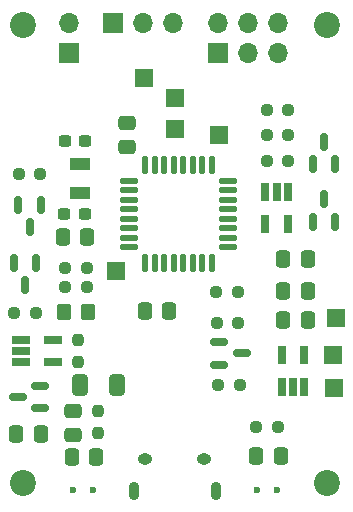
<source format=gbr>
%TF.GenerationSoftware,KiCad,Pcbnew,(6.0.9)*%
%TF.CreationDate,2023-01-20T21:16:29+01:00*%
%TF.ProjectId,AGH-CLK-01,4147482d-434c-44b2-9d30-312e6b696361,rev?*%
%TF.SameCoordinates,Original*%
%TF.FileFunction,Soldermask,Top*%
%TF.FilePolarity,Negative*%
%FSLAX46Y46*%
G04 Gerber Fmt 4.6, Leading zero omitted, Abs format (unit mm)*
G04 Created by KiCad (PCBNEW (6.0.9)) date 2023-01-20 21:16:29*
%MOMM*%
%LPD*%
G01*
G04 APERTURE LIST*
G04 Aperture macros list*
%AMRoundRect*
0 Rectangle with rounded corners*
0 $1 Rounding radius*
0 $2 $3 $4 $5 $6 $7 $8 $9 X,Y pos of 4 corners*
0 Add a 4 corners polygon primitive as box body*
4,1,4,$2,$3,$4,$5,$6,$7,$8,$9,$2,$3,0*
0 Add four circle primitives for the rounded corners*
1,1,$1+$1,$2,$3*
1,1,$1+$1,$4,$5*
1,1,$1+$1,$6,$7*
1,1,$1+$1,$8,$9*
0 Add four rect primitives between the rounded corners*
20,1,$1+$1,$2,$3,$4,$5,0*
20,1,$1+$1,$4,$5,$6,$7,0*
20,1,$1+$1,$6,$7,$8,$9,0*
20,1,$1+$1,$8,$9,$2,$3,0*%
G04 Aperture macros list end*
%ADD10RoundRect,0.250000X0.337500X0.475000X-0.337500X0.475000X-0.337500X-0.475000X0.337500X-0.475000X0*%
%ADD11RoundRect,0.237500X-0.250000X-0.237500X0.250000X-0.237500X0.250000X0.237500X-0.250000X0.237500X0*%
%ADD12C,2.200000*%
%ADD13RoundRect,0.237500X0.300000X0.237500X-0.300000X0.237500X-0.300000X-0.237500X0.300000X-0.237500X0*%
%ADD14R,1.700000X1.700000*%
%ADD15O,1.700000X1.700000*%
%ADD16R,1.560000X0.650000*%
%ADD17RoundRect,0.250000X-0.350000X-0.450000X0.350000X-0.450000X0.350000X0.450000X-0.350000X0.450000X0*%
%ADD18RoundRect,0.237500X-0.237500X0.250000X-0.237500X-0.250000X0.237500X-0.250000X0.237500X0.250000X0*%
%ADD19RoundRect,0.250000X-0.337500X-0.475000X0.337500X-0.475000X0.337500X0.475000X-0.337500X0.475000X0*%
%ADD20R,1.500000X1.500000*%
%ADD21RoundRect,0.237500X0.250000X0.237500X-0.250000X0.237500X-0.250000X-0.237500X0.250000X-0.237500X0*%
%ADD22R,0.650000X1.560000*%
%ADD23RoundRect,0.250000X-0.475000X0.337500X-0.475000X-0.337500X0.475000X-0.337500X0.475000X0.337500X0*%
%ADD24RoundRect,0.250000X0.475000X-0.337500X0.475000X0.337500X-0.475000X0.337500X-0.475000X-0.337500X0*%
%ADD25RoundRect,0.150000X-0.150000X0.587500X-0.150000X-0.587500X0.150000X-0.587500X0.150000X0.587500X0*%
%ADD26RoundRect,0.125000X-0.625000X-0.125000X0.625000X-0.125000X0.625000X0.125000X-0.625000X0.125000X0*%
%ADD27RoundRect,0.125000X-0.125000X-0.625000X0.125000X-0.625000X0.125000X0.625000X-0.125000X0.625000X0*%
%ADD28RoundRect,0.150000X0.150000X-0.587500X0.150000X0.587500X-0.150000X0.587500X-0.150000X-0.587500X0*%
%ADD29RoundRect,0.150000X0.587500X0.150000X-0.587500X0.150000X-0.587500X-0.150000X0.587500X-0.150000X0*%
%ADD30RoundRect,0.250000X-0.412500X-0.650000X0.412500X-0.650000X0.412500X0.650000X-0.412500X0.650000X0*%
%ADD31R,1.800000X1.000000*%
%ADD32RoundRect,0.150000X-0.587500X-0.150000X0.587500X-0.150000X0.587500X0.150000X-0.587500X0.150000X0*%
%ADD33O,1.250000X0.950000*%
%ADD34O,0.890000X1.550000*%
%ADD35C,0.600000*%
G04 APERTURE END LIST*
D10*
%TO.C,C13*%
X197727500Y-81499000D03*
X195652500Y-81499000D03*
%TD*%
D11*
%TO.C,R4*%
X212177500Y-52099000D03*
X214002500Y-52099000D03*
%TD*%
D12*
%TO.C,H1*%
X217290000Y-83699000D03*
%TD*%
D13*
%TO.C,C4*%
X196752500Y-60899000D03*
X195027500Y-60899000D03*
%TD*%
D14*
%TO.C,J5*%
X195390000Y-47299000D03*
D15*
X195390000Y-44759000D03*
%TD*%
D16*
%TO.C,U5*%
X191340000Y-71549000D03*
X191340000Y-72499000D03*
X191340000Y-73449000D03*
X194040000Y-73449000D03*
X194040000Y-71549000D03*
%TD*%
D10*
%TO.C,C10*%
X203927500Y-69099000D03*
X201852500Y-69099000D03*
%TD*%
D17*
%TO.C,R13*%
X194990000Y-69199000D03*
X196990000Y-69199000D03*
%TD*%
D18*
%TO.C,R14*%
X197890000Y-77586500D03*
X197890000Y-79411500D03*
%TD*%
D11*
%TO.C,R12*%
X211277500Y-78899000D03*
X213102500Y-78899000D03*
%TD*%
D19*
%TO.C,C2*%
X213552500Y-64699000D03*
X215627500Y-64699000D03*
%TD*%
D20*
%TO.C,TP6*%
X217990000Y-69699000D03*
%TD*%
D13*
%TO.C,C5*%
X196790000Y-54699000D03*
X195065000Y-54699000D03*
%TD*%
D12*
%TO.C,H4*%
X191490000Y-83699000D03*
%TD*%
D21*
%TO.C,R5*%
X192602500Y-69299000D03*
X190777500Y-69299000D03*
%TD*%
D22*
%TO.C,U3*%
X213440000Y-75549000D03*
X214390000Y-75549000D03*
X215340000Y-75549000D03*
X215340000Y-72849000D03*
X213440000Y-72849000D03*
%TD*%
D14*
%TO.C,J1*%
X208065000Y-47274000D03*
D15*
X208065000Y-44734000D03*
X210605000Y-47274000D03*
X210605000Y-44734000D03*
X213145000Y-47274000D03*
X213145000Y-44734000D03*
%TD*%
D20*
%TO.C,TP8*%
X217890000Y-75599000D03*
%TD*%
D23*
%TO.C,C8*%
X195790000Y-77561500D03*
X195790000Y-79636500D03*
%TD*%
D18*
%TO.C,R11*%
X196190000Y-71586500D03*
X196190000Y-73411500D03*
%TD*%
D20*
%TO.C,TP3*%
X201790000Y-49399000D03*
%TD*%
%TO.C,TP4*%
X204390000Y-51099000D03*
%TD*%
D24*
%TO.C,C1*%
X200290000Y-55236500D03*
X200290000Y-53161500D03*
%TD*%
D12*
%TO.C,H3*%
X191490000Y-44899000D03*
%TD*%
D25*
%TO.C,Q1*%
X193040000Y-60124000D03*
X191140000Y-60124000D03*
X192090000Y-61999000D03*
%TD*%
D21*
%TO.C,R7*%
X196902500Y-65499000D03*
X195077500Y-65499000D03*
%TD*%
%TO.C,R9*%
X209702500Y-67499000D03*
X207877500Y-67499000D03*
%TD*%
D26*
%TO.C,U1*%
X200515000Y-58099000D03*
X200515000Y-58899000D03*
X200515000Y-59699000D03*
X200515000Y-60499000D03*
X200515000Y-61299000D03*
X200515000Y-62099000D03*
X200515000Y-62899000D03*
X200515000Y-63699000D03*
D27*
X201890000Y-65074000D03*
X202690000Y-65074000D03*
X203490000Y-65074000D03*
X204290000Y-65074000D03*
X205090000Y-65074000D03*
X205890000Y-65074000D03*
X206690000Y-65074000D03*
X207490000Y-65074000D03*
D26*
X208865000Y-63699000D03*
X208865000Y-62899000D03*
X208865000Y-62099000D03*
X208865000Y-61299000D03*
X208865000Y-60499000D03*
X208865000Y-59699000D03*
X208865000Y-58899000D03*
X208865000Y-58099000D03*
D27*
X207490000Y-56724000D03*
X206690000Y-56724000D03*
X205890000Y-56724000D03*
X205090000Y-56724000D03*
X204290000Y-56724000D03*
X203490000Y-56724000D03*
X202690000Y-56724000D03*
X201890000Y-56724000D03*
%TD*%
D19*
%TO.C,C9*%
X213552500Y-67399000D03*
X215627500Y-67399000D03*
%TD*%
D10*
%TO.C,C12*%
X213327500Y-81399000D03*
X211252500Y-81399000D03*
%TD*%
D28*
%TO.C,D1*%
X216040000Y-56636500D03*
X217940000Y-56636500D03*
X216990000Y-54761500D03*
%TD*%
D20*
%TO.C,TP7*%
X217790000Y-72799000D03*
%TD*%
D21*
%TO.C,R10*%
X209902500Y-75399000D03*
X208077500Y-75399000D03*
%TD*%
D20*
%TO.C,TP1*%
X208090000Y-54199000D03*
%TD*%
D28*
%TO.C,D2*%
X216040000Y-61536500D03*
X217940000Y-61536500D03*
X216990000Y-59661500D03*
%TD*%
D20*
%TO.C,TP2*%
X204390000Y-53699000D03*
%TD*%
D12*
%TO.C,H2*%
X217290000Y-44899000D03*
%TD*%
D19*
%TO.C,C7*%
X213552500Y-69899000D03*
X215627500Y-69899000D03*
%TD*%
D11*
%TO.C,R6*%
X195090000Y-67099000D03*
X196915000Y-67099000D03*
%TD*%
D22*
%TO.C,U4*%
X213940000Y-59049000D03*
X212990000Y-59049000D03*
X212040000Y-59049000D03*
X212040000Y-61749000D03*
X213940000Y-61749000D03*
%TD*%
D20*
%TO.C,TP5*%
X199390000Y-65699000D03*
%TD*%
D29*
%TO.C,U2*%
X192965000Y-77349000D03*
X192965000Y-75449000D03*
X191090000Y-76399000D03*
%TD*%
D14*
%TO.C,J3*%
X199165000Y-44699000D03*
D15*
X201705000Y-44699000D03*
X204245000Y-44699000D03*
%TD*%
D30*
%TO.C,C11*%
X196327500Y-75399000D03*
X199452500Y-75399000D03*
%TD*%
D19*
%TO.C,C6*%
X190952500Y-79499000D03*
X193027500Y-79499000D03*
%TD*%
D25*
%TO.C,Q2*%
X192640000Y-65061500D03*
X190740000Y-65061500D03*
X191690000Y-66936500D03*
%TD*%
D10*
%TO.C,C3*%
X196952500Y-62799000D03*
X194877500Y-62799000D03*
%TD*%
D11*
%TO.C,R1*%
X191177500Y-57499000D03*
X193002500Y-57499000D03*
%TD*%
%TO.C,R3*%
X212177500Y-54199000D03*
X214002500Y-54199000D03*
%TD*%
D31*
%TO.C,Y1*%
X196390000Y-59149000D03*
X196390000Y-56649000D03*
%TD*%
D21*
%TO.C,R8*%
X209737500Y-70125000D03*
X207912500Y-70125000D03*
%TD*%
D11*
%TO.C,R2*%
X212177500Y-56399000D03*
X214002500Y-56399000D03*
%TD*%
D32*
%TO.C,Q3*%
X208152500Y-71749000D03*
X208152500Y-73649000D03*
X210027500Y-72699000D03*
%TD*%
D33*
%TO.C,J2*%
X206890000Y-81614000D03*
X201890000Y-81614000D03*
D34*
X200890000Y-84314000D03*
X207890000Y-84314000D03*
%TD*%
D35*
%TO.C,SW2*%
X197440000Y-84299000D03*
X195740000Y-84299000D03*
%TD*%
%TO.C,SW1*%
X211340000Y-84299000D03*
X213040000Y-84299000D03*
%TD*%
M02*

</source>
